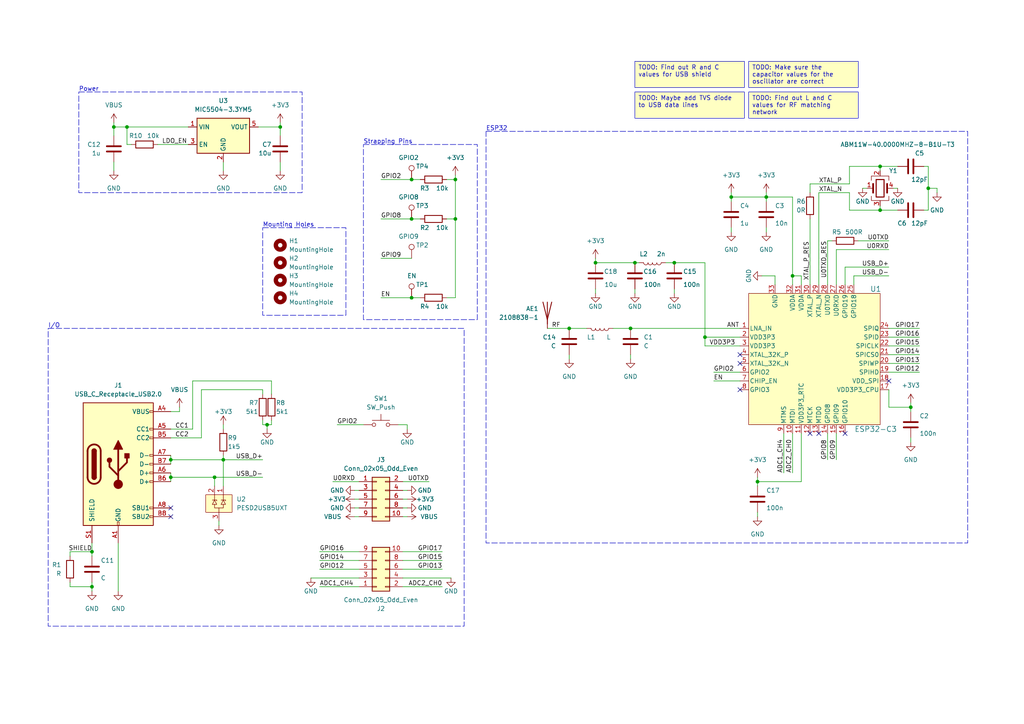
<source format=kicad_sch>
(kicad_sch (version 20230121) (generator eeschema)
  (paper "A4")
  (lib_symbols
    (symbol "Connector:TestPoint" (pin_numbers hide) (pin_names (offset 0.762) hide)
      (property "Reference" "TP" (at 0 6.858 0))
      (property "Value" "TestPoint" (at 0 5.08 0))
      (symbol "TestPoint_0_1"
        (circle (center 0 3.302) (radius 0.762))
      )
      (symbol "TestPoint_1_1"
        (pin passive line (at 0 0 90) (length 2.54) (name "1") (number "1"))
      )
    )
    (symbol "Connector:USB_C_Receptacle_USB2.0" (pin_names (offset 1.016))
      (property "Reference" "J" (at -10.16 19.05 0))
      (property "Value" "USB_C_Receptacle_USB2.0" (at 19.05 19.05 0))
      (symbol "USB_C_Receptacle_USB2.0_0_0"
        (rectangle (start -0.254 -17.78) (end 0.254 -16.764))
        (rectangle (start 10.16 -14.986) (end 9.144 -15.494))
        (rectangle (start 10.16 -12.446) (end 9.144 -12.954))
        (rectangle (start 10.16 -4.826) (end 9.144 -5.334))
        (rectangle (start 10.16 -2.286) (end 9.144 -2.794))
        (rectangle (start 10.16 0.254) (end 9.144 -0.254))
        (rectangle (start 10.16 2.794) (end 9.144 2.286))
        (rectangle (start 10.16 7.874) (end 9.144 7.366))
        (rectangle (start 10.16 10.414) (end 9.144 9.906))
        (rectangle (start 10.16 15.494) (end 9.144 14.986))
      )
      (symbol "USB_C_Receptacle_USB2.0_0_1"
        (rectangle (start -10.16 17.78) (end 10.16 -17.78) (stroke (width 0.254)) (fill (type background)))
        (arc (start -8.89 -3.81) (mid -6.985 -5.7067) (end -5.08 -3.81) (stroke (width 0.508)))
        (arc (start -7.62 -3.81) (mid -6.985 -4.4423) (end -6.35 -3.81) (stroke (width 0.254)))
        (arc (start -7.62 -3.81) (mid -6.985 -4.4423) (end -6.35 -3.81) (stroke (width 0.254)) (fill (type outline)))
        (rectangle (start -7.62 -3.81) (end -6.35 3.81) (stroke (width 0.254)) (fill (type outline)))
        (arc (start -6.35 3.81) (mid -6.985 4.4423) (end -7.62 3.81) (stroke (width 0.254)))
        (arc (start -6.35 3.81) (mid -6.985 4.4423) (end -7.62 3.81) (stroke (width 0.254)) (fill (type outline)))
        (arc (start -5.08 3.81) (mid -6.985 5.7067) (end -8.89 3.81) (stroke (width 0.508)))
        (circle (center -2.54 1.143) (radius 0.635) (stroke (width 0.254)) (fill (type outline)))
        (circle (center 0 -5.842) (radius 1.27) (fill (type outline)))
        (polyline (pts (xy -8.89 -3.81) (xy -8.89 3.81)) (stroke (width 0.508)))
        (polyline (pts (xy -5.08 3.81) (xy -5.08 -3.81)) (stroke (width 0.508)))
        (polyline (pts (xy 0 -5.842) (xy 0 4.318)) (stroke (width 0.508)))
        (polyline (pts (xy 0 -3.302) (xy -2.54 -0.762) (xy -2.54 0.508)) (stroke (width 0.508)))
        (polyline (pts (xy 0 -2.032) (xy 2.54 0.508) (xy 2.54 1.778)) (stroke (width 0.508)))
        (polyline (pts (xy -1.27 4.318) (xy 0 6.858) (xy 1.27 4.318) (xy -1.27 4.318)) (stroke (width 0.254)) (fill (type outline)))
        (rectangle (start 1.905 1.778) (end 3.175 3.048) (stroke (width 0.254)) (fill (type outline)))
      )
      (symbol "USB_C_Receptacle_USB2.0_1_1"
        (pin passive line (at 0 -22.86 90) (length 5.08) (name "GND") (number "A1"))
        (pin passive line (at 0 -22.86 90) (length 5.08) hide (name "GND") (number "A12"))
        (pin passive line (at 15.24 15.24 180) (length 5.08) (name "VBUS") (number "A4"))
        (pin bidirectional line (at 15.24 10.16 180) (length 5.08) (name "CC1") (number "A5"))
        (pin bidirectional line (at 15.24 -2.54 180) (length 5.08) (name "D+") (number "A6"))
        (pin bidirectional line (at 15.24 2.54 180) (length 5.08) (name "D-") (number "A7"))
        (pin bidirectional line (at 15.24 -12.7 180) (length 5.08) (name "SBU1") (number "A8"))
        (pin passive line (at 15.24 15.24 180) (length 5.08) hide (name "VBUS") (number "A9"))
        (pin passive line (at 0 -22.86 90) (length 5.08) hide (name "GND") (number "B1"))
        (pin passive line (at 0 -22.86 90) (length 5.08) hide (name "GND") (number "B12"))
        (pin passive line (at 15.24 15.24 180) (length 5.08) hide (name "VBUS") (number "B4"))
        (pin bidirectional line (at 15.24 7.62 180) (length 5.08) (name "CC2") (number "B5"))
        (pin bidirectional line (at 15.24 -5.08 180) (length 5.08) (name "D+") (number "B6"))
        (pin bidirectional line (at 15.24 0 180) (length 5.08) (name "D-") (number "B7"))
        (pin bidirectional line (at 15.24 -15.24 180) (length 5.08) (name "SBU2") (number "B8"))
        (pin passive line (at 15.24 15.24 180) (length 5.08) hide (name "VBUS") (number "B9"))
        (pin passive line (at -7.62 -22.86 90) (length 5.08) (name "SHIELD") (number "S1"))
      )
    )
    (symbol "Connector_Generic:Conn_02x05_Odd_Even" (pin_names (offset 1.016) hide)
      (property "Reference" "J" (at 1.27 7.62 0))
      (property "Value" "Conn_02x05_Odd_Even" (at 1.27 -7.62 0))
      (symbol "Conn_02x05_Odd_Even_1_1"
        (rectangle (start -1.27 -4.953) (end 0 -5.207) (stroke (width 0.1524)))
        (rectangle (start -1.27 -2.413) (end 0 -2.667) (stroke (width 0.1524)))
        (rectangle (start -1.27 0.127) (end 0 -0.127) (stroke (width 0.1524)))
        (rectangle (start -1.27 2.667) (end 0 2.413) (stroke (width 0.1524)))
        (rectangle (start -1.27 5.207) (end 0 4.953) (stroke (width 0.1524)))
        (rectangle (start -1.27 6.35) (end 3.81 -6.35) (stroke (width 0.254)) (fill (type background)))
        (rectangle (start 3.81 -4.953) (end 2.54 -5.207) (stroke (width 0.1524)))
        (rectangle (start 3.81 -2.413) (end 2.54 -2.667) (stroke (width 0.1524)))
        (rectangle (start 3.81 0.127) (end 2.54 -0.127) (stroke (width 0.1524)))
        (rectangle (start 3.81 2.667) (end 2.54 2.413) (stroke (width 0.1524)))
        (rectangle (start 3.81 5.207) (end 2.54 4.953) (stroke (width 0.1524)))
        (pin passive line (at -5.08 5.08 0) (length 3.81) (name "Pin_1") (number "1"))
        (pin passive line (at 7.62 -5.08 180) (length 3.81) (name "Pin_10") (number "10"))
        (pin passive line (at 7.62 5.08 180) (length 3.81) (name "Pin_2") (number "2"))
        (pin passive line (at -5.08 2.54 0) (length 3.81) (name "Pin_3") (number "3"))
        (pin passive line (at 7.62 2.54 180) (length 3.81) (name "Pin_4") (number "4"))
        (pin passive line (at -5.08 0 0) (length 3.81) (name "Pin_5") (number "5"))
        (pin passive line (at 7.62 0 180) (length 3.81) (name "Pin_6") (number "6"))
        (pin passive line (at -5.08 -2.54 0) (length 3.81) (name "Pin_7") (number "7"))
        (pin passive line (at 7.62 -2.54 180) (length 3.81) (name "Pin_8") (number "8"))
        (pin passive line (at -5.08 -5.08 0) (length 3.81) (name "Pin_9") (number "9"))
      )
    )
    (symbol "Device:Antenna" (pin_numbers hide) (pin_names (offset 1.016) hide)
      (property "Reference" "AE" (at -1.905 1.905 0))
      (property "Value" "Antenna" (at -1.905 0 0))
      (symbol "Antenna_0_1"
        (polyline (pts (xy 0 2.54) (xy 0 -3.81)) (stroke (width 0.254)))
        (polyline (pts (xy 1.27 2.54) (xy 0 -2.54) (xy -1.27 2.54)) (stroke (width 0.254)))
      )
      (symbol "Antenna_1_1"
        (pin input line (at 0 -5.08 90) (length 2.54) (name "A") (number "1"))
      )
    )
    (symbol "Device:C" (pin_numbers hide) (pin_names (offset 0.254))
      (property "Reference" "C" (at 0.635 2.54 0))
      (property "Value" "C" (at 0.635 -2.54 0))
      (symbol "C_0_1"
        (polyline (pts (xy -2.032 -0.762) (xy 2.032 -0.762)) (stroke (width 0.508)))
        (polyline (pts (xy -2.032 0.762) (xy 2.032 0.762)) (stroke (width 0.508)))
      )
      (symbol "C_1_1"
        (pin passive line (at 0 3.81 270) (length 2.794) (name "~") (number "1"))
        (pin passive line (at 0 -3.81 90) (length 2.794) (name "~") (number "2"))
      )
    )
    (symbol "Device:Crystal_GND23" (pin_names (offset 1.016) hide)
      (property "Reference" "Y" (at 3.175 5.08 0))
      (property "Value" "Crystal_GND23" (at 3.175 3.175 0))
      (symbol "Crystal_GND23_0_1"
        (rectangle (start -1.143 2.54) (end 1.143 -2.54) (stroke (width 0.3048)))
        (polyline (pts (xy -2.54 0) (xy -2.032 0)))
        (polyline (pts (xy -2.032 -1.27) (xy -2.032 1.27)) (stroke (width 0.508)))
        (polyline (pts (xy 0 -3.81) (xy 0 -3.556)))
        (polyline (pts (xy 0 3.556) (xy 0 3.81)))
        (polyline (pts (xy 2.032 -1.27) (xy 2.032 1.27)) (stroke (width 0.508)))
        (polyline (pts (xy 2.032 0) (xy 2.54 0)))
        (polyline (pts (xy -2.54 -2.286) (xy -2.54 -3.556) (xy 2.54 -3.556) (xy 2.54 -2.286)))
        (polyline (pts (xy -2.54 2.286) (xy -2.54 3.556) (xy 2.54 3.556) (xy 2.54 2.286)))
      )
      (symbol "Crystal_GND23_1_1"
        (pin passive line (at -3.81 0 0) (length 1.27) (name "1") (number "1"))
        (pin passive line (at 0 5.08 270) (length 1.27) (name "2") (number "2"))
        (pin passive line (at 0 -5.08 90) (length 1.27) (name "3") (number "3"))
        (pin passive line (at 3.81 0 180) (length 1.27) (name "4") (number "4"))
      )
    )
    (symbol "Device:L" (pin_numbers hide) (pin_names (offset 1.016) hide)
      (property "Reference" "L" (at -1.27 0 90))
      (property "Value" "L" (at 1.905 0 90))
      (symbol "L_0_1"
        (arc (start 0 -2.54) (mid 0.6323 -1.905) (end 0 -1.27))
        (arc (start 0 -1.27) (mid 0.6323 -0.635) (end 0 0))
        (arc (start 0 0) (mid 0.6323 0.635) (end 0 1.27))
        (arc (start 0 1.27) (mid 0.6323 1.905) (end 0 2.54))
      )
      (symbol "L_1_1"
        (pin passive line (at 0 3.81 270) (length 1.27) (name "1") (number "1"))
        (pin passive line (at 0 -3.81 90) (length 1.27) (name "2") (number "2"))
      )
    )
    (symbol "Device:R" (pin_numbers hide) (pin_names (offset 0))
      (property "Reference" "R" (at 2.032 0 90))
      (property "Value" "R" (at 0 0 90))
      (symbol "R_0_1"
        (rectangle (start -1.016 -2.54) (end 1.016 2.54) (stroke (width 0.254)))
      )
      (symbol "R_1_1"
        (pin passive line (at 0 3.81 270) (length 1.27) (name "~") (number "1"))
        (pin passive line (at 0 -3.81 90) (length 1.27) (name "~") (number "2"))
      )
    )
    (symbol "Mechanical:MountingHole" (pin_names (offset 1.016))
      (property "Reference" "H" (at 0 5.08 0))
      (property "Value" "MountingHole" (at 0 3.175 0))
      (symbol "MountingHole_0_1"
        (circle (center 0 0) (radius 1.27) (stroke (width 1.27)))
      )
    )
    (symbol "Regulator_Linear:MIC5504-3.3YM5"
      (property "Reference" "U" (at -7.62 8.89 0))
      (property "Value" "MIC5504-3.3YM5" (at -7.62 6.35 0))
      (symbol "MIC5504-3.3YM5_0_1"
        (rectangle (start -7.62 -5.08) (end 7.62 5.08) (stroke (width 0.254)) (fill (type background)))
      )
      (symbol "MIC5504-3.3YM5_1_1"
        (pin power_in line (at -10.16 2.54 0) (length 2.54) (name "VIN") (number "1"))
        (pin power_in line (at 0 -7.62 90) (length 2.54) (name "GND") (number "2"))
        (pin input line (at -10.16 -2.54 0) (length 2.54) (name "EN") (number "3"))
        (pin no_connect line (at 7.62 -2.54 180) (length 2.54) hide (name "NC") (number "4"))
        (pin power_out line (at 10.16 2.54 180) (length 2.54) (name "VOUT") (number "5"))
      )
    )
    (symbol "Switch:SW_Push" (pin_numbers hide) (pin_names (offset 1.016) hide)
      (property "Reference" "SW" (at 1.27 2.54 0))
      (property "Value" "SW_Push" (at 0 -1.524 0))
      (symbol "SW_Push_0_1"
        (circle (center -2.032 0) (radius 0.508))
        (polyline (pts (xy 0 1.27) (xy 0 3.048)))
        (polyline (pts (xy 2.54 1.27) (xy -2.54 1.27)))
        (circle (center 2.032 0) (radius 0.508))
        (pin passive line (at -5.08 0 0) (length 2.54) (name "1") (number "1"))
        (pin passive line (at 5.08 0 180) (length 2.54) (name "2") (number "2"))
      )
    )
    (symbol "encyclopedia_galactica:ESP32-C3" (pin_names (offset 0.254))
      (property "Reference" "U" (at 0 43.18 0))
      (property "Value" "ESP32-C3" (at 0 40.64 0))
      (symbol "ESP32-C3_0_1"
        (pin bidirectional line (at -21.59 8.89 0) (length 2.54) (name "LNA_IN") (number "1"))
        (pin bidirectional line (at -6.35 -21.59 90) (length 2.54) (name "MTDI") (number "10"))
        (pin power_in line (at -3.81 -21.59 90) (length 2.54) (name "VDD3P3_RTC") (number "11"))
        (pin bidirectional line (at -1.27 -21.59 90) (length 2.54) (name "MTCK") (number "12"))
        (pin bidirectional line (at 1.27 -21.59 90) (length 2.54) (name "MTDO") (number "13"))
        (pin bidirectional line (at 3.81 -21.59 90) (length 2.54) (name "GPIO8") (number "14"))
        (pin bidirectional line (at 6.35 -21.59 90) (length 2.54) (name "GPIO9") (number "15"))
        (pin bidirectional line (at 8.89 -21.59 90) (length 2.54) (name "GPIO10") (number "16"))
        (pin power_in line (at 21.59 -8.89 180) (length 2.54) (name "VDD3P3_CPU") (number "17"))
        (pin power_in line (at 21.59 -6.35 180) (length 2.54) (name "VDD_SPI") (number "18"))
        (pin bidirectional line (at 21.59 -3.81 180) (length 2.54) (name "SPIHD") (number "19"))
        (pin power_in line (at -21.59 6.35 0) (length 2.54) (name "VDD3P3") (number "2"))
        (pin bidirectional line (at 21.59 -1.27 180) (length 2.54) (name "SPIWP") (number "20"))
        (pin bidirectional line (at 21.59 1.27 180) (length 2.54) (name "SPICS0") (number "21"))
        (pin bidirectional line (at 21.59 3.81 180) (length 2.54) (name "SPICLK") (number "22"))
        (pin bidirectional line (at 21.59 6.35 180) (length 2.54) (name "SPID") (number "23"))
        (pin bidirectional line (at 21.59 8.89 180) (length 2.54) (name "SPIQ") (number "24"))
        (pin bidirectional line (at 11.43 21.59 270) (length 2.54) (name "GPIO18") (number "25"))
        (pin bidirectional line (at 8.89 21.59 270) (length 2.54) (name "GPIO19") (number "26"))
        (pin bidirectional line (at 6.35 21.59 270) (length 2.54) (name "U0RXD") (number "27"))
        (pin bidirectional line (at 3.81 21.59 270) (length 2.54) (name "U0TXD") (number "28"))
        (pin output line (at 1.27 21.59 270) (length 2.54) (name "XTAL_N") (number "29"))
        (pin power_in line (at -21.59 3.81 0) (length 2.54) (name "VDD3P3") (number "3"))
        (pin input line (at -1.27 21.59 270) (length 2.54) (name "XTAL_P") (number "30"))
        (pin power_in line (at -3.81 21.59 270) (length 2.54) (name "VDDA") (number "31"))
        (pin power_in line (at -6.35 21.59 270) (length 2.54) (name "VDDA") (number "32"))
        (pin power_out line (at -11.43 21.59 270) (length 2.54) (name "GND") (number "33"))
        (pin bidirectional line (at -21.59 1.27 0) (length 2.54) (name "XTAL_32K_P") (number "4"))
        (pin bidirectional line (at -21.59 -1.27 0) (length 2.54) (name "XTAL_32K_N") (number "5"))
        (pin bidirectional line (at -21.59 -3.81 0) (length 2.54) (name "GPIO2") (number "6"))
        (pin input line (at -21.59 -6.35 0) (length 2.54) (name "CHIP_EN") (number "7"))
        (pin bidirectional line (at -21.59 -8.89 0) (length 2.54) (name "GPIO3") (number "8"))
        (pin bidirectional line (at -8.89 -21.59 90) (length 2.54) (name "MTMS") (number "9"))
      )
      (symbol "ESP32-C3_1_1"
        (rectangle (start -19.05 19.05) (end 19.05 -19.05) (fill (type background)))
      )
    )
    (symbol "encyclopedia_galactica:PESD2USB5UXT"
      (property "Reference" "U" (at 0 24.13 0))
      (property "Value" "PESD2USB5UXT" (at 0 21.59 0))
      (symbol "PESD2USB5UXT_1_1"
        (rectangle (start -3.81 2.54) (end 3.81 -2.54) (fill (type background)))
        (polyline (pts (xy -1.905 1.016) (xy -0.635 1.016)))
        (polyline (pts (xy -1.27 1.016) (xy -1.27 2.54)))
        (polyline (pts (xy -0.635 1.016) (xy -0.635 0.762)))
        (polyline (pts (xy 0 -1.27) (xy 0 -2.54)))
        (polyline (pts (xy 0.635 1.016) (xy 1.905 1.016)))
        (polyline (pts (xy 1.27 1.016) (xy 1.27 2.54)))
        (polyline (pts (xy 1.905 1.016) (xy 1.905 0.762)))
        (polyline (pts (xy -1.905 -0.254) (xy -1.27 1.016) (xy -0.635 -0.254) (xy -1.905 -0.254)))
        (polyline (pts (xy -1.27 -0.254) (xy -1.27 -1.27) (xy 1.27 -1.27) (xy 1.27 -0.254)))
        (polyline (pts (xy 0.635 -0.254) (xy 1.27 1.016) (xy 1.905 -0.254) (xy 0.635 -0.254)))
        (pin open_collector line (at 1.27 5.08 270) (length 2.54) (name "") (number "1"))
        (pin open_collector line (at -1.27 5.08 270) (length 2.54) (name "") (number "2"))
        (pin power_out line (at 0 -5.08 90) (length 2.54) (name "") (number "3"))
      )
    )
    (symbol "power:+3V3" (power) (pin_names (offset 0))
      (property "Value" "+3V3" (at 0 3.556 0))
      (symbol "+3V3_0_1"
        (polyline (pts (xy -0.762 1.27) (xy 0 2.54)))
        (polyline (pts (xy 0 0) (xy 0 2.54)))
        (polyline (pts (xy 0 2.54) (xy 0.762 1.27)))
      )
      (symbol "+3V3_1_1"
        (pin power_in line (at 0 0 90) (length 0) hide (name "+3V3") (number "1"))
      )
    )
    (symbol "power:GND" (power) (pin_names (offset 0))
      (property "Value" "GND" (at 0 -3.81 0))
      (symbol "GND_0_1"
        (polyline (pts (xy 0 0) (xy 0 -1.27) (xy 1.27 -1.27) (xy 0 -2.54) (xy -1.27 -1.27) (xy 0 -1.27)))
      )
      (symbol "GND_1_1"
        (pin power_in line (at 0 0 270) (length 0) hide (name "GND") (number "1"))
      )
    )
    (symbol "power:VBUS" (power) (pin_names (offset 0))
      (property "Value" "VBUS" (at 0 3.81 0))
      (symbol "VBUS_0_1"
        (polyline (pts (xy -0.762 1.27) (xy 0 2.54)))
        (polyline (pts (xy 0 0) (xy 0 2.54)))
        (polyline (pts (xy 0 2.54) (xy 0.762 1.27)))
      )
      (symbol "VBUS_1_1"
        (pin power_in line (at 0 0 90) (length 0) hide (name "VBUS") (number "1"))
      )
    )
  )
  (junction (at 33.02 36.83))
  (junction (at 62.23 138.43))
  (junction (at 182.88 95.25))
  (junction (at 229.87 80.01))
  (junction (at 172.72 76.2))
  (junction (at 119.38 63.5))
  (junction (at 132.08 52.07))
  (junction (at 81.28 36.83))
  (junction (at 212.09 57.15))
  (junction (at 184.15 76.2))
  (junction (at 26.67 160.02))
  (junction (at 219.71 139.7))
  (junction (at 222.25 57.15))
  (junction (at 36.83 36.83))
  (junction (at 77.47 123.19))
  (junction (at 119.38 52.07))
  (junction (at 64.77 133.35))
  (junction (at 49.53 138.43))
  (junction (at 119.38 86.36))
  (junction (at 195.58 76.2))
  (junction (at 264.16 118.11))
  (junction (at 269.24 54.61))
  (junction (at 132.08 63.5))
  (junction (at 255.27 48.26))
  (junction (at 26.67 170.18))
  (junction (at 204.47 97.79))
  (junction (at 49.53 133.35))
  (junction (at 165.1 95.25))
  (junction (at 255.27 60.96))
  (no_connect (at 245.11 125.73))
  (no_connect (at 214.63 113.03))
  (no_connect (at 214.63 102.87))
  (no_connect (at 49.53 147.32))
  (no_connect (at 234.95 125.73))
  (no_connect (at 257.81 110.49))
  (no_connect (at 49.53 149.86))
  (no_connect (at 237.49 125.73))
  (no_connect (at 214.63 105.41))
  (wire (pts (xy 49.53 137.16) (xy 49.53 138.43)))
  (wire (pts (xy 36.83 36.83) (xy 54.61 36.83)))
  (wire (pts (xy 257.81 95.25) (xy 266.7 95.25)))
  (wire (pts (xy 63.5 151.13) (xy 63.5 152.4)))
  (wire (pts (xy 240.03 69.85) (xy 240.03 82.55)))
  (wire (pts (xy 119.38 52.07) (xy 110.49 52.07)))
  (wire (pts (xy 207.01 107.95) (xy 214.63 107.95)))
  (wire (pts (xy 49.53 138.43) (xy 62.23 138.43)))
  (wire (pts (xy 62.23 138.43) (xy 62.23 140.97)))
  (wire (pts (xy 271.78 54.61) (xy 269.24 54.61)))
  (wire (pts (xy 20.32 161.29) (xy 20.32 160.02)))
  (wire (pts (xy 124.46 139.7) (xy 116.84 139.7)))
  (wire (pts (xy 222.25 66.04) (xy 222.25 67.31)))
  (wire (pts (xy 257.81 100.33) (xy 266.7 100.33)))
  (wire (pts (xy 172.72 76.2) (xy 184.15 76.2)))
  (wire (pts (xy 115.57 123.19) (xy 118.11 123.19)))
  (wire (pts (xy 26.67 157.48) (xy 26.67 160.02)))
  (wire (pts (xy 234.95 53.34) (xy 246.38 53.34)))
  (wire (pts (xy 257.81 97.79) (xy 266.7 97.79)))
  (wire (pts (xy 121.92 52.07) (xy 119.38 52.07)))
  (wire (pts (xy 49.53 132.08) (xy 49.53 133.35)))
  (wire (pts (xy 257.81 72.39) (xy 242.57 72.39)))
  (wire (pts (xy 229.87 57.15) (xy 229.87 80.01)))
  (wire (pts (xy 255.27 48.26) (xy 255.27 49.53)))
  (wire (pts (xy 257.81 118.11) (xy 257.81 113.03)))
  (wire (pts (xy 246.38 60.96) (xy 246.38 55.88)))
  (wire (pts (xy 245.11 77.47) (xy 245.11 82.55)))
  (wire (pts (xy 116.84 162.56) (xy 128.27 162.56)))
  (wire (pts (xy 34.29 157.48) (xy 34.29 171.45)))
  (wire (pts (xy 33.02 36.83) (xy 36.83 36.83)))
  (wire (pts (xy 52.07 119.38) (xy 52.07 118.11)))
  (wire (pts (xy 49.53 138.43) (xy 49.53 139.7)))
  (wire (pts (xy 49.53 124.46) (xy 55.88 124.46)))
  (wire (pts (xy 251.46 54.61) (xy 250.19 54.61)))
  (wire (pts (xy 184.15 83.82) (xy 184.15 85.09)))
  (wire (pts (xy 237.49 55.88) (xy 237.49 82.55)))
  (wire (pts (xy 96.52 139.7) (xy 104.14 139.7)))
  (wire (pts (xy 78.74 121.92) (xy 78.74 123.19)))
  (wire (pts (xy 102.87 144.78) (xy 104.14 144.78)))
  (wire (pts (xy 64.77 132.08) (xy 64.77 133.35)))
  (wire (pts (xy 182.88 95.25) (xy 214.63 95.25)))
  (wire (pts (xy 76.2 113.03) (xy 76.2 114.3)))
  (wire (pts (xy 219.71 139.7) (xy 219.71 138.43)))
  (wire (pts (xy 116.84 165.1) (xy 128.27 165.1)))
  (wire (pts (xy 26.67 170.18) (xy 26.67 168.91)))
  (wire (pts (xy 264.16 116.84) (xy 264.16 118.11)))
  (wire (pts (xy 116.84 170.18) (xy 128.27 170.18)))
  (wire (pts (xy 172.72 83.82) (xy 172.72 85.09)))
  (wire (pts (xy 247.65 80.01) (xy 257.81 80.01)))
  (wire (pts (xy 45.72 41.91) (xy 54.61 41.91)))
  (wire (pts (xy 64.77 133.35) (xy 76.2 133.35)))
  (wire (pts (xy 119.38 63.5) (xy 110.49 63.5)))
  (wire (pts (xy 229.87 125.73) (xy 229.87 137.16)))
  (wire (pts (xy 49.53 133.35) (xy 64.77 133.35)))
  (wire (pts (xy 257.81 118.11) (xy 264.16 118.11)))
  (wire (pts (xy 212.09 55.88) (xy 212.09 57.15)))
  (wire (pts (xy 119.38 74.93) (xy 110.49 74.93)))
  (wire (pts (xy 229.87 80.01) (xy 232.41 80.01)))
  (wire (pts (xy 246.38 48.26) (xy 246.38 53.34)))
  (wire (pts (xy 237.49 55.88) (xy 246.38 55.88)))
  (wire (pts (xy 195.58 83.82) (xy 195.58 85.09)))
  (wire (pts (xy 102.87 149.86) (xy 104.14 149.86)))
  (wire (pts (xy 165.1 95.25) (xy 170.18 95.25)))
  (wire (pts (xy 260.35 60.96) (xy 255.27 60.96)))
  (wire (pts (xy 118.11 123.19) (xy 118.11 124.46)))
  (wire (pts (xy 132.08 86.36) (xy 129.54 86.36)))
  (wire (pts (xy 267.97 60.96) (xy 269.24 60.96)))
  (wire (pts (xy 207.01 110.49) (xy 214.63 110.49)))
  (wire (pts (xy 92.71 160.02) (xy 104.14 160.02)))
  (wire (pts (xy 116.84 149.86) (xy 118.11 149.86)))
  (wire (pts (xy 90.17 167.64) (xy 104.14 167.64)))
  (wire (pts (xy 38.1 41.91) (xy 36.83 41.91)))
  (wire (pts (xy 234.95 63.5) (xy 234.95 82.55)))
  (wire (pts (xy 264.16 127) (xy 264.16 128.27)))
  (wire (pts (xy 97.79 123.19) (xy 105.41 123.19)))
  (wire (pts (xy 204.47 76.2) (xy 195.58 76.2)))
  (wire (pts (xy 119.38 86.36) (xy 110.49 86.36)))
  (wire (pts (xy 247.65 80.01) (xy 247.65 82.55)))
  (wire (pts (xy 26.67 170.18) (xy 26.67 171.45)))
  (wire (pts (xy 269.24 48.26) (xy 267.97 48.26)))
  (wire (pts (xy 78.74 110.49) (xy 78.74 114.3)))
  (wire (pts (xy 64.77 123.19) (xy 64.77 124.46)))
  (wire (pts (xy 74.93 36.83) (xy 81.28 36.83)))
  (wire (pts (xy 234.95 53.34) (xy 234.95 55.88)))
  (wire (pts (xy 102.87 147.32) (xy 104.14 147.32)))
  (wire (pts (xy 49.53 133.35) (xy 49.53 134.62)))
  (wire (pts (xy 77.47 123.19) (xy 77.47 124.46)))
  (wire (pts (xy 255.27 60.96) (xy 255.27 59.69)))
  (wire (pts (xy 64.77 133.35) (xy 64.77 140.97)))
  (wire (pts (xy 227.33 125.73) (xy 227.33 137.16)))
  (wire (pts (xy 132.08 63.5) (xy 129.54 63.5)))
  (wire (pts (xy 212.09 57.15) (xy 222.25 57.15)))
  (wire (pts (xy 130.81 167.64) (xy 116.84 167.64)))
  (wire (pts (xy 193.04 76.2) (xy 195.58 76.2)))
  (wire (pts (xy 81.28 46.99) (xy 81.28 49.53)))
  (wire (pts (xy 242.57 125.73) (xy 242.57 133.35)))
  (wire (pts (xy 55.88 124.46) (xy 55.88 110.49)))
  (wire (pts (xy 219.71 139.7) (xy 232.41 139.7)))
  (wire (pts (xy 116.84 142.24) (xy 118.11 142.24)))
  (wire (pts (xy 257.81 105.41) (xy 266.7 105.41)))
  (wire (pts (xy 219.71 148.59) (xy 219.71 149.86)))
  (wire (pts (xy 55.88 110.49) (xy 78.74 110.49)))
  (wire (pts (xy 177.8 95.25) (xy 182.88 95.25)))
  (wire (pts (xy 81.28 35.56) (xy 81.28 36.83)))
  (wire (pts (xy 182.88 102.87) (xy 182.88 104.14)))
  (wire (pts (xy 116.84 144.78) (xy 118.11 144.78)))
  (wire (pts (xy 119.38 63.5) (xy 121.92 63.5)))
  (wire (pts (xy 20.32 170.18) (xy 26.67 170.18)))
  (wire (pts (xy 248.92 69.85) (xy 257.81 69.85)))
  (wire (pts (xy 264.16 118.11) (xy 264.16 119.38)))
  (wire (pts (xy 240.03 125.73) (xy 240.03 133.35)))
  (wire (pts (xy 92.71 162.56) (xy 104.14 162.56)))
  (wire (pts (xy 20.32 168.91) (xy 20.32 170.18)))
  (wire (pts (xy 116.84 160.02) (xy 128.27 160.02)))
  (wire (pts (xy 222.25 57.15) (xy 229.87 57.15)))
  (wire (pts (xy 81.28 39.37) (xy 81.28 36.83)))
  (wire (pts (xy 102.87 142.24) (xy 104.14 142.24)))
  (wire (pts (xy 269.24 60.96) (xy 269.24 54.61)))
  (wire (pts (xy 20.32 160.02) (xy 26.67 160.02)))
  (wire (pts (xy 204.47 100.33) (xy 204.47 97.79)))
  (wire (pts (xy 132.08 52.07) (xy 132.08 63.5)))
  (wire (pts (xy 49.53 127) (xy 58.42 127)))
  (wire (pts (xy 184.15 76.2) (xy 185.42 76.2)))
  (wire (pts (xy 76.2 121.92) (xy 76.2 123.19)))
  (wire (pts (xy 33.02 35.56) (xy 33.02 36.83)))
  (wire (pts (xy 257.81 77.47) (xy 245.11 77.47)))
  (wire (pts (xy 62.23 138.43) (xy 76.2 138.43)))
  (wire (pts (xy 165.1 102.87) (xy 165.1 104.14)))
  (wire (pts (xy 257.81 102.87) (xy 266.7 102.87)))
  (wire (pts (xy 269.24 54.61) (xy 269.24 48.26)))
  (wire (pts (xy 26.67 160.02) (xy 26.67 161.29)))
  (wire (pts (xy 49.53 119.38) (xy 52.07 119.38)))
  (wire (pts (xy 222.25 55.88) (xy 222.25 57.15)))
  (wire (pts (xy 132.08 50.8) (xy 132.08 52.07)))
  (wire (pts (xy 232.41 80.01) (xy 232.41 82.55)))
  (wire (pts (xy 64.77 46.99) (xy 64.77 49.53)))
  (wire (pts (xy 246.38 60.96) (xy 255.27 60.96)))
  (wire (pts (xy 212.09 66.04) (xy 212.09 67.31)))
  (wire (pts (xy 132.08 52.07) (xy 129.54 52.07)))
  (wire (pts (xy 229.87 80.01) (xy 229.87 82.55)))
  (wire (pts (xy 219.71 140.97) (xy 219.71 139.7)))
  (wire (pts (xy 77.47 123.19) (xy 78.74 123.19)))
  (wire (pts (xy 222.25 57.15) (xy 222.25 58.42)))
  (wire (pts (xy 255.27 48.26) (xy 246.38 48.26)))
  (wire (pts (xy 271.78 55.88) (xy 271.78 54.61)))
  (wire (pts (xy 92.71 165.1) (xy 104.14 165.1)))
  (wire (pts (xy 260.35 48.26) (xy 255.27 48.26)))
  (wire (pts (xy 257.81 107.95) (xy 266.7 107.95)))
  (wire (pts (xy 121.92 86.36) (xy 119.38 86.36)))
  (wire (pts (xy 132.08 63.5) (xy 132.08 86.36)))
  (wire (pts (xy 76.2 123.19) (xy 77.47 123.19)))
  (wire (pts (xy 204.47 97.79) (xy 204.47 76.2)))
  (wire (pts (xy 116.84 147.32) (xy 118.11 147.32)))
  (wire (pts (xy 158.75 95.25) (xy 165.1 95.25)))
  (wire (pts (xy 33.02 36.83) (xy 33.02 39.37)))
  (wire (pts (xy 58.42 127) (xy 58.42 113.03)))
  (wire (pts (xy 242.57 72.39) (xy 242.57 82.55)))
  (wire (pts (xy 92.71 170.18) (xy 104.14 170.18)))
  (wire (pts (xy 260.35 54.61) (xy 259.08 54.61)))
  (wire (pts (xy 33.02 46.99) (xy 33.02 49.53)))
  (wire (pts (xy 58.42 113.03) (xy 76.2 113.03)))
  (wire (pts (xy 204.47 97.79) (xy 214.63 97.79)))
  (wire (pts (xy 240.03 69.85) (xy 241.3 69.85)))
  (wire (pts (xy 214.63 100.33) (xy 204.47 100.33)))
  (wire (pts (xy 224.79 80.01) (xy 224.79 82.55)))
  (wire (pts (xy 172.72 74.93) (xy 172.72 76.2)))
  (wire (pts (xy 36.83 41.91) (xy 36.83 36.83)))
  (wire (pts (xy 212.09 57.15) (xy 212.09 58.42)))
  (wire (pts (xy 232.41 125.73) (xy 232.41 139.7)))
  (wire (pts (xy 220.98 80.01) (xy 224.79 80.01)))
  (rectangle (start 22.86 26.67) (end 87.63 55.88) (stroke (width 0) (type dash)))
  (rectangle (start 76.2 66.04) (end 100.33 91.44) (stroke (width 0) (type dash)))
  (rectangle (start 105.41 41.91) (end 138.43 92.71) (stroke (width 0) (type dash)))
  (rectangle (start 13.97 95.25) (end 134.62 181.61) (stroke (width 0) (type dash)))
  (rectangle (start 140.97 38.1) (end 280.67 157.48) (stroke (width 0) (type dash)))
  (text_box "TODO: Find out L and C values for RF matching network" (at 217.17 26.67 0) (size 31.75 7.62) (fill (type color) (color 255 255 194 1)) (effects (font (size 1.27 1.27)) (justify left top)))
  (text_box "TODO: Maybe add TVS diode to USB data lines" (at 184.15 26.67 0) (size 31.75 7.62) (fill (type color) (color 255 255 194 1)) (effects (font (size 1.27 1.27)) (justify left top)))
  (text_box "TODO: Find out R and C values for USB shield" (at 184.15 17.78 0) (size 31.75 7.62) (fill (type color) (color 255 255 194 1)) (effects (font (size 1.27 1.27)) (justify left top)))
  (text_box "TODO: Make sure the capacitor values for the oscillator are correct" (at 217.17 17.78 0) (size 31.75 7.62) (fill (type color) (color 255 255 194 1)) (effects (font (size 1.27 1.27)) (justify left top)))
  (text "ESP32" (at 140.97 38.1 0) (effects (font (size 1.27 1.27)) (justify left bottom)))
  (text "I/O" (at 13.97 95.25 0) (effects (font (size 1.27 1.27)) (justify left bottom)))
  (text "Mounting Holes" (at 76.2 66.04 0) (effects (font (size 1.27 1.27)) (justify left bottom)))
  (text "Power" (at 22.86 26.67 0) (effects (font (size 1.27 1.27)) (justify left bottom)))
  (text "Strapping Pins" (at 105.41 41.91 0) (effects (font (size 1.27 1.27)) (justify left bottom)))
  (label "ADC1_CH4" (at 227.33 137.16 90))
  (label "U0RXD" (at 96.52 139.7 0))
  (label "GPIO2" (at 97.79 123.19 0))
  (label "USB_D-" (at 76.2 138.43 180))
  (label "GPIO12" (at 92.71 165.1 0))
  (label "EN" (at 207.01 110.49 0))
  (label "GPIO16" (at 92.71 160.02 0))
  (label "GPIO13" (at 128.27 165.1 180))
  (label "USB_D+" (at 76.2 133.35 180))
  (label "SHIELD" (at 26.67 160.02 180))
  (label "ADC1_CH4" (at 92.71 170.18 0))
  (label "USB_D+" (at 257.81 77.47 180))
  (label "GPIO2" (at 110.49 52.07 0))
  (label "LDO_EN" (at 46.99 41.91 0))
  (label "GPIO14" (at 266.7 102.87 180))
  (label "GPIO9" (at 242.57 133.35 90))
  (label "GPIO17" (at 266.7 95.25 180))
  (label "GPIO14" (at 92.71 162.56 0))
  (label "U0TXD" (at 124.46 139.7 180))
  (label "ADC2_CH0" (at 229.87 137.16 90))
  (label "U0RXD" (at 257.81 72.39 180))
  (label "VDD3P3" (at 205.74 100.33 0))
  (label "ANT" (at 210.82 95.25 0))
  (label "CC1" (at 50.8 124.46 0))
  (label "USB_D-" (at 257.81 80.01 180))
  (label "GPIO12" (at 266.7 107.95 180))
  (label "XTAL_P" (at 237.49 53.34 0))
  (label "U0TXD" (at 257.81 69.85 180))
  (label "GPIO9" (at 110.49 74.93 0))
  (label "XTAL_P_RES" (at 234.95 81.28 90))
  (label "GPIO15" (at 128.27 162.56 180))
  (label "XTAL_N" (at 237.49 55.88 0))
  (label "GPIO16" (at 266.7 97.79 180))
  (label "RF" (at 160.02 95.25 0))
  (label "U0TXD_RES" (at 240.03 69.85 270))
  (label "EN" (at 110.49 86.36 0))
  (label "GPIO8" (at 110.49 63.5 0))
  (label "GPIO13" (at 266.7 105.41 180))
  (label "GPIO17" (at 128.27 160.02 180))
  (label "GPIO2" (at 207.01 107.95 0))
  (label "ADC2_CH0" (at 128.27 170.18 180))
  (label "CC2" (at 50.8 127 0))
  (label "GPIO15" (at 266.7 100.33 180))
  (label "GPIO8" (at 240.03 133.35 90))
  (symbol (lib_id "power:GND") (at 250.19 54.61 0) (mirror y) (unit 1)
    (property "Reference" "#PWR03" (effects hide))
    (property "Value" "GND" (at 250.19 58.42 0))
  )
  (symbol (lib_id "Connector:USB_C_Receptacle_USB2.0") (at 34.29 134.62 0) (unit 1)
    (property "Reference" "J1" (at 34.29 111.76 0))
    (property "Value" "USB_C_Receptacle_USB2.0" (at 34.29 114.3 0))
    (property "Footprint" "Connector_USB:USB_C_Receptacle_GCT_USB4105-xx-A_16P_TopMnt_Horizontal" (effects hide))
    (property "Datasheet" "https://www.usb.org/sites/default/files/documents/usb_type-c.zip" (effects hide))
  )
  (symbol (lib_id "Device:R") (at 234.95 59.69 0) (mirror y) (unit 1)
    (property "Reference" "R6" (at 233.68 58.42 0) (effects (justify left)))
    (property "Value" "0R" (at 233.68 60.96 0) (effects (justify left)))
    (property "Footprint" "Resistor_SMD:R_0402_1005Metric" (effects hide))
  )
  (symbol (lib_id "power:+3V3") (at 64.77 123.19 0) (unit 1)
    (property "Reference" "#PWR038" (effects hide))
    (property "Value" "+3V3" (at 64.77 119.38 0))
  )
  (symbol (lib_id "Device:R") (at 125.73 86.36 270) (mirror x) (unit 1)
    (property "Reference" "R4" (at 123.19 88.9 90))
    (property "Value" "10k" (at 128.27 88.9 90))
    (property "Footprint" "Resistor_SMD:R_0402_1005Metric" (effects hide))
  )
  (symbol (lib_id "power:GND") (at 212.09 67.31 0) (unit 1)
    (property "Reference" "#PWR023" (effects hide))
    (property "Value" "GND" (at 212.09 72.39 0))
  )
  (symbol (lib_id "power:GND") (at 81.28 49.53 0) (unit 1)
    (property "Reference" "#PWR039" (effects hide))
    (property "Value" "GND" (at 81.28 54.61 0))
  )
  (symbol (lib_id "power:VBUS") (at 102.87 149.86 90) (unit 1)
    (property "Reference" "#PWR032" (effects hide))
    (property "Value" "VBUS" (at 99.06 149.86 90) (effects (justify left)))
  )
  (symbol (lib_id "Device:R") (at 20.32 165.1 0) (unit 1)
    (property "Reference" "R1" (at 17.78 163.83 0) (effects (justify right)))
    (property "Value" "R" (at 17.78 166.37 0) (effects (justify right)))
    (property "Footprint" "Resistor_SMD:R_0402_1005Metric" (effects hide))
  )
  (symbol (lib_id "power:GND") (at 102.87 147.32 270) (unit 1)
    (property "Reference" "#PWR030" (effects hide))
    (property "Value" "GND" (at 97.79 147.32 90))
  )
  (symbol (lib_id "Mechanical:MountingHole") (at 81.28 81.28 0) (unit 1)
    (property "Reference" "H3" (at 83.82 80.01 0) (effects (justify left)))
    (property "Value" "MountingHole" (at 83.82 82.55 0) (effects (justify left)))
    (property "Footprint" "MountingHole:MountingHole_2.2mm_M2" (effects hide))
  )
  (symbol (lib_id "encyclopedia_galactica:PESD2USB5UXT") (at 63.5 146.05 0) (unit 1)
    (property "Reference" "U2" (at 68.58 144.78 0) (effects (justify left)))
    (property "Value" "PESD2USB5UXT" (at 68.58 147.32 0) (effects (justify left)))
    (property "Footprint" "Package_TO_SOT_SMD:TSOT-23" (effects hide))
    (property "Datasheet" "https://assets.nexperia.com/documents/data-sheet/PESD2USB5UX-T.pdf" (effects hide))
  )
  (symbol (lib_id "power:GND") (at 184.15 85.09 0) (mirror y) (unit 1)
    (property "Reference" "#PWR018" (effects hide))
    (property "Value" "GND" (at 184.15 88.9 0))
  )
  (symbol (lib_id "Mechanical:MountingHole") (at 81.28 71.12 0) (unit 1)
    (property "Reference" "H1" (at 83.82 69.85 0) (effects (justify left)))
    (property "Value" "MountingHole" (at 83.82 72.39 0) (effects (justify left)))
    (property "Footprint" "MountingHole:MountingHole_2.2mm_M2" (effects hide))
  )
  (symbol (lib_id "Device:C") (at 172.72 80.01 0) (unit 1)
    (property "Reference" "C18" (at 179.07 78.74 0) (effects (justify right)))
    (property "Value" "10u" (at 179.07 82.55 0) (effects (justify right)))
    (property "Footprint" "Capacitor_SMD:C_0603_1608Metric" (effects hide))
  )
  (symbol (lib_id "Device:R") (at 76.2 118.11 0) (unit 1)
    (property "Reference" "R7" (at 74.93 116.84 0) (effects (justify right)))
    (property "Value" "5k1" (at 74.93 119.38 0) (effects (justify right)))
    (property "Footprint" "Resistor_SMD:R_0402_1005Metric" (effects hide))
  )
  (symbol (lib_id "power:+3V3") (at 222.25 55.88 0) (mirror y) (unit 1)
    (property "Reference" "#PWR04" (effects hide))
    (property "Value" "+3V3" (at 222.25 50.8 0))
  )
  (symbol (lib_id "power:GND") (at 64.77 49.53 0) (unit 1)
    (property "Reference" "#PWR016" (effects hide))
    (property "Value" "GND" (at 64.77 54.61 0))
  )
  (symbol (lib_id "power:+3V3") (at 212.09 55.88 0) (mirror y) (unit 1)
    (property "Reference" "#PWR022" (effects hide))
    (property "Value" "+3V3" (at 212.09 50.8 0))
  )
  (symbol (lib_id "Connector_Generic:Conn_02x05_Odd_Even") (at 109.22 144.78 0) (unit 1)
    (property "Reference" "J3" (at 110.49 133.35 0))
    (property "Value" "Conn_02x05_Odd_Even" (at 110.49 135.89 0))
    (property "Footprint" "Connector_PinHeader_2.54mm:PinHeader_2x05_P2.54mm_Vertical" (effects hide))
  )
  (symbol (lib_id "Device:C") (at 165.1 99.06 0) (unit 1)
    (property "Reference" "C14" (at 161.29 97.79 0) (effects (justify right)))
    (property "Value" "C" (at 161.29 100.33 0) (effects (justify right)))
    (property "Footprint" "Capacitor_SMD:C_0402_1005Metric" (effects hide))
  )
  (symbol (lib_id "power:GND") (at 271.78 55.88 0) (mirror y) (unit 1)
    (property "Reference" "#PWR025" (effects hide))
    (property "Value" "GND" (at 271.78 60.96 0))
  )
  (symbol (lib_id "power:VBUS") (at 33.02 35.56 0) (unit 1)
    (property "Reference" "#PWR014" (effects hide))
    (property "Value" "VBUS" (at 33.02 30.48 0))
  )
  (symbol (lib_id "Connector:TestPoint") (at 119.38 86.36 0) (unit 1)
    (property "Reference" "TP1" (at 120.65 82.55 0) (effects (justify left)))
    (property "Value" "EN" (at 118.11 80.01 0) (effects (justify left)))
    (property "Footprint" "TestPoint:TestPoint_Pad_D1.5mm" (effects hide))
  )
  (symbol (lib_id "Connector_Generic:Conn_02x05_Odd_Even") (at 109.22 165.1 0) (mirror x) (unit 1)
    (property "Reference" "J2" (at 110.49 176.53 0))
    (property "Value" "Conn_02x05_Odd_Even" (at 110.49 173.99 0))
    (property "Footprint" "Connector_PinHeader_2.54mm:PinHeader_2x05_P2.54mm_Vertical" (effects hide))
  )
  (symbol (lib_id "power:GND") (at 222.25 67.31 0) (unit 1)
    (property "Reference" "#PWR021" (effects hide))
    (property "Value" "GND" (at 222.25 72.39 0))
  )
  (symbol (lib_id "power:GND") (at 165.1 104.14 0) (mirror y) (unit 1)
    (property "Reference" "#PWR017" (effects hide))
    (property "Value" "GND" (at 165.1 109.22 0))
  )
  (symbol (lib_id "Device:C") (at 222.25 62.23 0) (mirror y) (unit 1)
    (property "Reference" "C3" (at 224.79 59.69 0) (effects (justify right)))
    (property "Value" "10n" (at 224.79 64.77 0) (effects (justify right)))
    (property "Footprint" "Capacitor_SMD:C_0402_1005Metric" (effects hide))
  )
  (symbol (lib_id "Device:C") (at 26.67 165.1 0) (unit 1)
    (property "Reference" "C11" (at 29.21 162.56 0) (effects (justify left)))
    (property "Value" "C" (at 29.21 167.64 0) (effects (justify left)))
    (property "Footprint" "Capacitor_SMD:C_0402_1005Metric" (effects hide))
  )
  (symbol (lib_id "power:+3V3") (at 81.28 35.56 0) (unit 1)
    (property "Reference" "#PWR015" (effects hide))
    (property "Value" "+3V3" (at 81.28 30.48 0))
  )
  (symbol (lib_id "power:GND") (at 195.58 85.09 0) (unit 1)
    (property "Reference" "#PWR019" (effects hide))
    (property "Value" "GND" (at 195.58 88.9 0))
  )
  (symbol (lib_id "Device:R") (at 64.77 128.27 0) (mirror y) (unit 1)
    (property "Reference" "R9" (at 66.04 127 0) (effects (justify right)))
    (property "Value" "1k5" (at 66.04 129.54 0) (effects (justify right)))
    (property "Footprint" "Resistor_SMD:R_0402_1005Metric" (effects hide))
  )
  (symbol (lib_id "power:GND") (at 63.5 152.4 0) (unit 1)
    (property "Reference" "#PWR041" (effects hide))
    (property "Value" "GND" (at 63.5 157.48 0))
  )
  (symbol (lib_id "power:+3V3") (at 219.71 138.43 0) (mirror y) (unit 1)
    (property "Reference" "#PWR06" (effects hide))
    (property "Value" "+3V3" (at 219.71 133.35 0))
  )
  (symbol (lib_id "encyclopedia_galactica:ESP32-C3") (at 236.22 104.14 0) (unit 1)
    (property "Reference" "U1" (at 254 83.82 0) (effects (font (size 1.524 1.524))))
    (property "Value" "ESP32-C3" (at 254 124.46 0) (effects (font (size 1.524 1.524))))
    (property "Footprint" "encyclopedia_galactica:QFN32_5X5_EXP" (effects hide))
    (property "Datasheet" "https://www.espressif.com/sites/default/files/documentation/esp32-c3_datasheet_en.pdf" (effects hide))
    (property "HW_Guidelines" "https://www.espressif.com/sites/default/files/documentation/esp32-c3_hardware_design_guidelines_en.pdf" (effects hide))
  )
  (symbol (lib_id "Device:C") (at 81.28 43.18 0) (unit 1)
    (property "Reference" "C7" (at 78.74 41.91 0) (effects (justify right)))
    (property "Value" "10u" (at 78.74 44.45 0) (effects (justify right)))
    (property "Footprint" "Capacitor_SMD:C_0603_1608Metric" (effects hide))
  )
  (symbol (lib_id "Device:Crystal_GND23") (at 255.27 54.61 0) (unit 1)
    (property "Reference" "Y1" (at 259.08 49.53 0))
    (property "Value" "ABM11W-40.0000MHZ-8-B1U-T3" (at 260.35 41.91 0))
    (property "Footprint" "encyclopedia_galactica:ABM11W-30.0000MHZ-7-D1X-T3" (effects hide))
  )
  (symbol (lib_id "power:GND") (at 118.11 124.46 0) (unit 1)
    (property "Reference" "#PWR036" (effects hide))
    (property "Value" "GND" (at 118.11 128.27 0))
  )
  (symbol (lib_id "Device:C") (at 264.16 60.96 90) (mirror x) (unit 1)
    (property "Reference" "C6" (at 261.62 64.77 90))
    (property "Value" "12pF" (at 266.7 64.77 90))
    (property "Footprint" "Capacitor_SMD:C_0402_1005Metric" (effects hide))
  )
  (symbol (lib_id "Switch:SW_Push") (at 110.49 123.19 0) (mirror y) (unit 1)
    (property "Reference" "SW1" (at 110.49 115.57 0))
    (property "Value" "SW_Push" (at 110.49 118.11 0))
    (property "Footprint" "Button_Switch_SMD:SW_SPST_B3U-1000P" (effects hide))
  )
  (symbol (lib_id "power:GND") (at 102.87 142.24 270) (unit 1)
    (property "Reference" "#PWR026" (effects hide))
    (property "Value" "GND" (at 97.79 142.24 90))
  )
  (symbol (lib_id "power:GND") (at 118.11 142.24 90) (unit 1)
    (property "Reference" "#PWR027" (effects hide))
    (property "Value" "GND" (at 123.19 142.24 90))
  )
  (symbol (lib_id "Device:Antenna") (at 158.75 90.17 0) (mirror y) (unit 1)
    (property "Reference" "AE1" (at 156.21 89.535 0) (effects (justify left)))
    (property "Value" "2108838-1" (at 156.21 92.075 0) (effects (justify left)))
    (property "Footprint" "encyclopedia_galactica:2108838-1" (effects hide))
  )
  (symbol (lib_id "Mechanical:MountingHole") (at 81.28 76.2 0) (unit 1)
    (property "Reference" "H2" (at 83.82 74.93 0) (effects (justify left)))
    (property "Value" "MountingHole" (at 83.82 77.47 0) (effects (justify left)))
    (property "Footprint" "MountingHole:MountingHole_2.2mm_M2" (effects hide))
  )
  (symbol (lib_id "power:GND") (at 219.71 149.86 0) (unit 1)
    (property "Reference" "#PWR07" (effects hide))
    (property "Value" "GND" (at 219.71 154.94 0))
  )
  (symbol (lib_id "Connector:TestPoint") (at 119.38 74.93 0) (unit 1)
    (property "Reference" "TP2" (at 120.65 71.12 0) (effects (justify left)))
    (property "Value" "GPIO9" (at 115.57 68.58 0) (effects (justify left)))
    (property "Footprint" "TestPoint:TestPoint_Pad_D1.5mm" (effects hide))
  )
  (symbol (lib_id "power:GND") (at 90.17 167.64 0) (unit 1)
    (property "Reference" "#PWR034" (effects hide))
    (property "Value" "GND" (at 90.17 171.45 0))
  )
  (symbol (lib_id "Device:L") (at 189.23 76.2 90) (mirror x) (unit 1)
    (property "Reference" "L2" (at 186.69 73.66 90))
    (property "Value" "2n" (at 191.77 73.66 90))
    (property "Footprint" "Inductor_SMD:L_0402_1005Metric" (effects hide))
  )
  (symbol (lib_id "Device:C") (at 212.09 62.23 0) (mirror y) (unit 1)
    (property "Reference" "C4" (at 214.63 59.69 0) (effects (justify right)))
    (property "Value" "1u" (at 214.63 64.77 0) (effects (justify right)))
    (property "Footprint" "Capacitor_SMD:C_0402_1005Metric" (effects hide))
  )
  (symbol (lib_id "Connector:TestPoint") (at 119.38 63.5 0) (unit 1)
    (property "Reference" "TP3" (at 120.65 59.69 0) (effects (justify left)))
    (property "Value" "GPIO8" (at 115.57 57.15 0) (effects (justify left)))
    (property "Footprint" "TestPoint:TestPoint_Pad_D1.5mm" (effects hide))
  )
  (symbol (lib_id "power:+3V3") (at 118.11 144.78 270) (unit 1)
    (property "Reference" "#PWR028" (effects hide))
    (property "Value" "+3V3" (at 120.65 144.78 90) (effects (justify left)))
  )
  (symbol (lib_id "Device:C") (at 182.88 99.06 0) (mirror y) (unit 1)
    (property "Reference" "C1" (at 186.69 97.79 0) (effects (justify right)))
    (property "Value" "C" (at 186.69 100.33 0) (effects (justify right)))
    (property "Footprint" "Capacitor_SMD:C_0402_1005Metric" (effects hide))
  )
  (symbol (lib_id "Regulator_Linear:MIC5504-3.3YM5") (at 64.77 39.37 0) (unit 1)
    (property "Reference" "U3" (at 64.77 29.21 0))
    (property "Value" "MIC5504-3.3YM5" (at 64.77 31.75 0))
    (property "Footprint" "Package_TO_SOT_SMD:SOT-23-5" (effects hide))
    (property "Datasheet" "http://ww1.microchip.com/downloads/en/DeviceDoc/MIC550X.pdf" (effects hide))
  )
  (symbol (lib_id "power:VBUS") (at 118.11 149.86 270) (unit 1)
    (property "Reference" "#PWR033" (effects hide))
    (property "Value" "VBUS" (at 121.92 149.86 90) (effects (justify left)))
  )
  (symbol (lib_id "Device:C") (at 184.15 80.01 0) (unit 1)
    (property "Reference" "C16" (at 190.5 78.74 0) (effects (justify right)))
    (property "Value" "100n" (at 191.77 82.55 0) (effects (justify right)))
    (property "Footprint" "Capacitor_SMD:C_0402_1005Metric" (effects hide))
  )
  (symbol (lib_id "power:GND") (at 264.16 128.27 0) (unit 1)
    (property "Reference" "#PWR09" (effects hide))
    (property "Value" "GND" (at 264.16 133.35 0))
  )
  (symbol (lib_id "Device:R") (at 78.74 118.11 0) (mirror y) (unit 1)
    (property "Reference" "R8" (at 80.01 116.84 0) (effects (justify right)))
    (property "Value" "5k1" (at 80.01 119.38 0) (effects (justify right)))
    (property "Footprint" "Resistor_SMD:R_0402_1005Metric" (effects hide))
  )
  (symbol (lib_id "power:+3V3") (at 132.08 50.8 0) (mirror y) (unit 1)
    (property "Reference" "#PWR010" (effects hide))
    (property "Value" "+3V3" (at 132.08 45.72 0))
  )
  (symbol (lib_id "power:GND") (at 118.11 147.32 90) (mirror x) (unit 1)
    (property "Reference" "#PWR031" (effects hide))
    (property "Value" "GND" (at 123.19 147.32 90))
  )
  (symbol (lib_id "Device:C") (at 195.58 80.01 0) (mirror y) (unit 1)
    (property "Reference" "C15" (at 198.12 78.74 0) (effects (justify right)))
    (property "Value" "100n" (at 198.12 82.55 0) (effects (justify right)))
    (property "Footprint" "Capacitor_SMD:C_0402_1005Metric" (effects hide))
  )
  (symbol (lib_id "Device:R") (at 245.11 69.85 270) (mirror x) (unit 1)
    (property "Reference" "R5" (at 241.3 67.31 90) (effects (justify left)))
    (property "Value" "500R" (at 245.11 67.31 90) (effects (justify left)))
    (property "Footprint" "Resistor_SMD:R_0402_1005Metric" (effects hide))
  )
  (symbol (lib_id "Device:R") (at 41.91 41.91 270) (unit 1)
    (property "Reference" "R10" (at 39.37 39.37 90))
    (property "Value" "10k" (at 44.45 39.37 90))
    (property "Footprint" "Resistor_SMD:R_0402_1005Metric" (effects hide))
  )
  (symbol (lib_id "power:GND") (at 220.98 80.01 270) (unit 1)
    (property "Reference" "#PWR02" (effects hide))
    (property "Value" "GND" (at 217.17 80.01 0))
  )
  (symbol (lib_id "Connector:TestPoint") (at 119.38 52.07 0) (unit 1)
    (property "Reference" "TP4" (at 120.65 48.26 0) (effects (justify left)))
    (property "Value" "GPIO2" (at 115.57 45.72 0) (effects (justify left)))
    (property "Footprint" "TestPoint:TestPoint_Pad_D1.5mm" (effects hide))
  )
  (symbol (lib_id "power:GND") (at 172.72 85.09 0) (mirror y) (unit 1)
    (property "Reference" "#PWR020" (effects hide))
    (property "Value" "GND" (at 172.72 88.9 0))
  )
  (symbol (lib_id "power:GND") (at 130.81 167.64 0) (mirror y) (unit 1)
    (property "Reference" "#PWR035" (effects hide))
    (property "Value" "GND" (at 130.81 171.45 0))
  )
  (symbol (lib_id "power:GND") (at 182.88 104.14 0) (unit 1)
    (property "Reference" "#PWR01" (effects hide))
    (property "Value" "GND" (at 182.88 109.22 0))
  )
  (symbol (lib_id "Device:L") (at 173.99 95.25 90) (mirror x) (unit 1)
    (property "Reference" "L1" (at 171.45 97.79 90))
    (property "Value" "L" (at 176.53 97.79 90))
    (property "Footprint" "Inductor_SMD:L_0402_1005Metric" (effects hide))
  )
  (symbol (lib_id "Device:R") (at 125.73 63.5 270) (mirror x) (unit 1)
    (property "Reference" "R2" (at 123.19 66.04 90))
    (property "Value" "10k" (at 128.27 66.04 90))
    (property "Footprint" "Resistor_SMD:R_0402_1005Metric" (effects hide))
  )
  (symbol (lib_id "power:+3V3") (at 102.87 144.78 90) (mirror x) (unit 1)
    (property "Reference" "#PWR029" (effects hide))
    (property "Value" "+3V3" (at 100.33 144.78 90) (effects (justify left)))
  )
  (symbol (lib_id "power:GND") (at 26.67 171.45 0) (unit 1)
    (property "Reference" "#PWR013" (effects hide))
    (property "Value" "GND" (at 26.67 176.53 0))
  )
  (symbol (lib_id "power:+3V3") (at 172.72 74.93 0) (unit 1)
    (property "Reference" "#PWR05" (effects hide))
    (property "Value" "+3V3" (at 172.72 69.85 0))
  )
  (symbol (lib_id "Device:R") (at 125.73 52.07 270) (mirror x) (unit 1)
    (property "Reference" "R3" (at 123.19 54.61 90))
    (property "Value" "10k" (at 128.27 54.61 90))
    (property "Footprint" "Resistor_SMD:R_0402_1005Metric" (effects hide))
  )
  (symbol (lib_id "Device:C") (at 33.02 43.18 0) (unit 1)
    (property "Reference" "C12" (at 29.21 41.91 0) (effects (justify right)))
    (property "Value" "1u" (at 29.21 44.45 0) (effects (justify right)))
    (property "Footprint" "Capacitor_SMD:C_0402_1005Metric" (effects hide))
  )
  (symbol (lib_id "power:VBUS") (at 52.07 118.11 0) (unit 1)
    (property "Reference" "#PWR011" (effects hide))
    (property "Value" "VBUS" (at 52.07 113.03 0))
  )
  (symbol (lib_id "Mechanical:MountingHole") (at 81.28 86.36 0) (unit 1)
    (property "Reference" "H4" (at 83.82 85.09 0) (effects (justify left)))
    (property "Value" "MountingHole" (at 83.82 87.63 0) (effects (justify left)))
    (property "Footprint" "MountingHole:MountingHole_2.2mm_M2" (effects hide))
  )
  (symbol (lib_id "power:GND") (at 33.02 49.53 0) (unit 1)
    (property "Reference" "#PWR040" (effects hide))
    (property "Value" "GND" (at 33.02 54.61 0))
  )
  (symbol (lib_id "Device:C") (at 264.16 123.19 0) (mirror y) (unit 1)
    (property "Reference" "C2" (at 266.7 120.65 0) (effects (justify right)))
    (property "Value" "100n" (at 266.7 125.73 0) (effects (justify right)))
    (property "Footprint" "Capacitor_SMD:C_0402_1005Metric" (effects hide))
  )
  (symbol (lib_id "Device:C") (at 264.16 48.26 90) (unit 1)
    (property "Reference" "C5" (at 266.7 44.45 90))
    (property "Value" "12pF" (at 266.7 52.07 90))
    (property "Footprint" "Capacitor_SMD:C_0402_1005Metric" (effects hide))
  )
  (symbol (lib_id "Device:C") (at 219.71 144.78 0) (mirror y) (unit 1)
    (property "Reference" "C17" (at 222.25 142.24 0) (effects (justify right)))
    (property "Value" "100n" (at 222.25 147.32 0) (effects (justify right)))
    (property "Footprint" "Capacitor_SMD:C_0402_1005Metric" (effects hide))
  )
  (symbol (lib_id "power:GND") (at 260.35 54.61 0) (mirror y) (unit 1)
    (property "Reference" "#PWR024" (effects hide))
    (property "Value" "GND" (at 260.35 58.42 0))
  )
  (symbol (lib_id "power:GND") (at 34.29 171.45 0) (unit 1)
    (property "Reference" "#PWR012" (effects hide))
    (property "Value" "GND" (at 34.29 176.53 0))
  )
  (symbol (lib_id "power:+3V3") (at 264.16 116.84 0) (mirror y) (unit 1)
    (property "Reference" "#PWR08" (effects hide))
    (property "Value" "+3V3" (at 264.16 111.76 0))
  )
  (symbol (lib_id "power:GND") (at 77.47 124.46 0) (unit 1)
    (property "Reference" "#PWR037" (effects hide))
    (property "Value" "GND" (at 77.47 128.27 0))
  )
)
</source>
